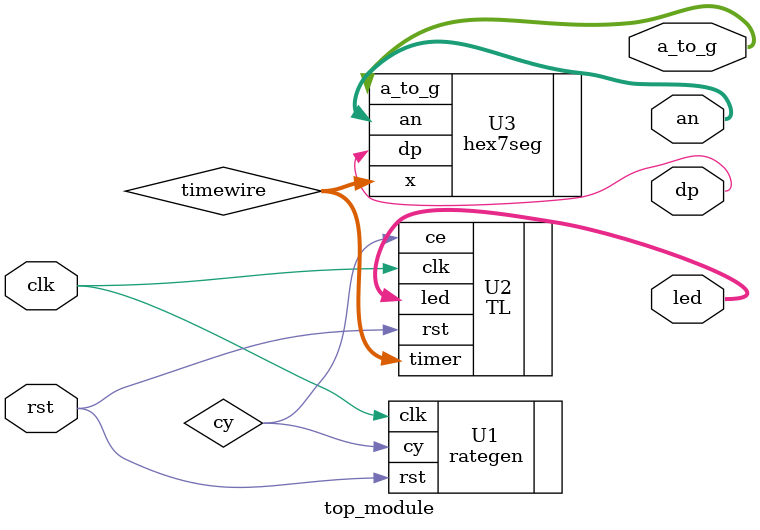
<source format=v>
`timescale 1ns / 1ps


module top_module(
input clk, rst,
output wire [2:0] led,
output wire [6:0] a_to_g,
output dp,
output wire [7:0] an
    );

wire cy;
wire [3:0] timewire;   
rategen U1 (.clk(clk), .rst(rst), .cy(cy));
TL U2(.clk(clk), .ce(cy), .rst(rst), .led(led), .timer(timewire));
hex7seg U3(.x(timewire), .a_to_g(a_to_g), .dp(dp), .an(an));
endmodule

</source>
